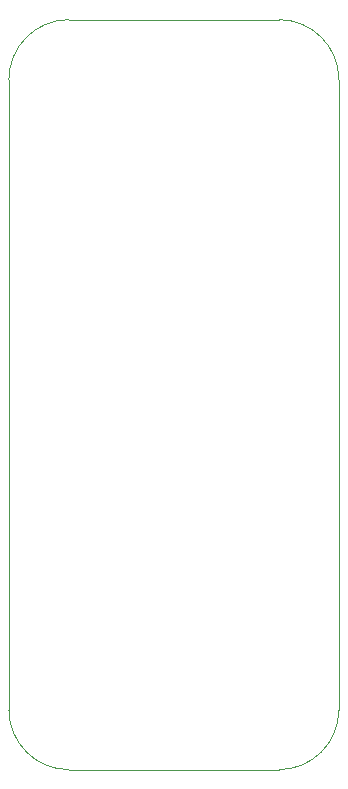
<source format=gbr>
%TF.GenerationSoftware,KiCad,Pcbnew,(6.0.9-0)*%
%TF.CreationDate,2024-11-07T12:08:31+01:00*%
%TF.ProjectId,vca-board,7663612d-626f-4617-9264-2e6b69636164,rev?*%
%TF.SameCoordinates,Original*%
%TF.FileFunction,Profile,NP*%
%FSLAX46Y46*%
G04 Gerber Fmt 4.6, Leading zero omitted, Abs format (unit mm)*
G04 Created by KiCad (PCBNEW (6.0.9-0)) date 2024-11-07 12:08:31*
%MOMM*%
%LPD*%
G01*
G04 APERTURE LIST*
%TA.AperFunction,Profile*%
%ADD10C,0.100000*%
%TD*%
G04 APERTURE END LIST*
D10*
X76200000Y-45720000D02*
G75*
G03*
X71120000Y-40640000I-5080000J0D01*
G01*
X48260000Y-99060000D02*
G75*
G03*
X53340000Y-104140000I5080000J0D01*
G01*
X76200000Y-99060000D02*
X76200000Y-45720000D01*
X53340000Y-104140000D02*
X71120000Y-104140000D01*
X48260000Y-45720000D02*
X48260000Y-99060000D01*
X71120000Y-40640000D02*
X53340000Y-40640000D01*
X71120000Y-104140000D02*
G75*
G03*
X76200000Y-99060000I0J5080000D01*
G01*
X53340000Y-40640000D02*
G75*
G03*
X48260000Y-45720000I0J-5080000D01*
G01*
M02*

</source>
